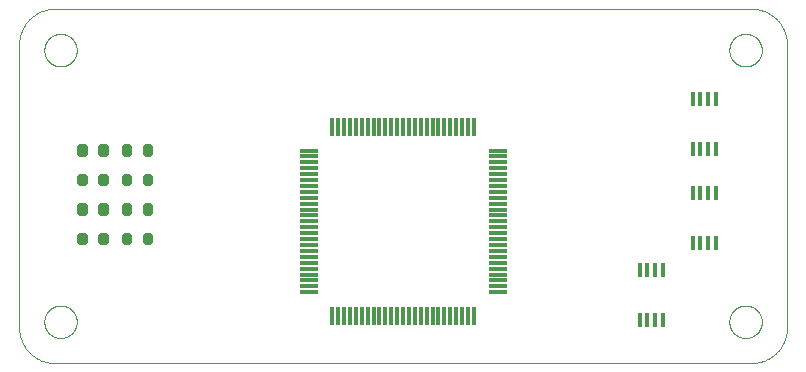
<source format=gbp>
G75*
%MOIN*%
%OFA0B0*%
%FSLAX25Y25*%
%IPPOS*%
%LPD*%
%AMOC8*
5,1,8,0,0,1.08239X$1,22.5*
%
%ADD10C,0.00000*%
%ADD11R,0.05906X0.01181*%
%ADD12R,0.01181X0.05906*%
%ADD13C,0.02830*%
%ADD14R,0.01181X0.04724*%
D10*
X0013811Y0013041D02*
X0246094Y0013041D01*
X0246379Y0013044D01*
X0246665Y0013055D01*
X0246950Y0013072D01*
X0247234Y0013096D01*
X0247518Y0013127D01*
X0247801Y0013165D01*
X0248082Y0013210D01*
X0248363Y0013261D01*
X0248643Y0013319D01*
X0248921Y0013384D01*
X0249197Y0013456D01*
X0249471Y0013534D01*
X0249744Y0013619D01*
X0250014Y0013711D01*
X0250282Y0013809D01*
X0250548Y0013913D01*
X0250811Y0014024D01*
X0251071Y0014141D01*
X0251329Y0014264D01*
X0251583Y0014394D01*
X0251834Y0014530D01*
X0252082Y0014671D01*
X0252326Y0014819D01*
X0252567Y0014972D01*
X0252803Y0015132D01*
X0253036Y0015297D01*
X0253265Y0015467D01*
X0253490Y0015643D01*
X0253710Y0015825D01*
X0253926Y0016011D01*
X0254137Y0016203D01*
X0254344Y0016400D01*
X0254546Y0016602D01*
X0254743Y0016809D01*
X0254935Y0017020D01*
X0255121Y0017236D01*
X0255303Y0017456D01*
X0255479Y0017681D01*
X0255649Y0017910D01*
X0255814Y0018143D01*
X0255974Y0018379D01*
X0256127Y0018620D01*
X0256275Y0018864D01*
X0256416Y0019112D01*
X0256552Y0019363D01*
X0256682Y0019617D01*
X0256805Y0019875D01*
X0256922Y0020135D01*
X0257033Y0020398D01*
X0257137Y0020664D01*
X0257235Y0020932D01*
X0257327Y0021202D01*
X0257412Y0021475D01*
X0257490Y0021749D01*
X0257562Y0022025D01*
X0257627Y0022303D01*
X0257685Y0022583D01*
X0257736Y0022864D01*
X0257781Y0023145D01*
X0257819Y0023428D01*
X0257850Y0023712D01*
X0257874Y0023996D01*
X0257891Y0024281D01*
X0257902Y0024567D01*
X0257905Y0024852D01*
X0257906Y0024852D02*
X0257906Y0119340D01*
X0257905Y0119340D02*
X0257902Y0119625D01*
X0257891Y0119911D01*
X0257874Y0120196D01*
X0257850Y0120480D01*
X0257819Y0120764D01*
X0257781Y0121047D01*
X0257736Y0121328D01*
X0257685Y0121609D01*
X0257627Y0121889D01*
X0257562Y0122167D01*
X0257490Y0122443D01*
X0257412Y0122717D01*
X0257327Y0122990D01*
X0257235Y0123260D01*
X0257137Y0123528D01*
X0257033Y0123794D01*
X0256922Y0124057D01*
X0256805Y0124317D01*
X0256682Y0124575D01*
X0256552Y0124829D01*
X0256416Y0125080D01*
X0256275Y0125328D01*
X0256127Y0125572D01*
X0255974Y0125813D01*
X0255814Y0126049D01*
X0255649Y0126282D01*
X0255479Y0126511D01*
X0255303Y0126736D01*
X0255121Y0126956D01*
X0254935Y0127172D01*
X0254743Y0127383D01*
X0254546Y0127590D01*
X0254344Y0127792D01*
X0254137Y0127989D01*
X0253926Y0128181D01*
X0253710Y0128367D01*
X0253490Y0128549D01*
X0253265Y0128725D01*
X0253036Y0128895D01*
X0252803Y0129060D01*
X0252567Y0129220D01*
X0252326Y0129373D01*
X0252082Y0129521D01*
X0251834Y0129662D01*
X0251583Y0129798D01*
X0251329Y0129928D01*
X0251071Y0130051D01*
X0250811Y0130168D01*
X0250548Y0130279D01*
X0250282Y0130383D01*
X0250014Y0130481D01*
X0249744Y0130573D01*
X0249471Y0130658D01*
X0249197Y0130736D01*
X0248921Y0130808D01*
X0248643Y0130873D01*
X0248363Y0130931D01*
X0248082Y0130982D01*
X0247801Y0131027D01*
X0247518Y0131065D01*
X0247234Y0131096D01*
X0246950Y0131120D01*
X0246665Y0131137D01*
X0246379Y0131148D01*
X0246094Y0131151D01*
X0013811Y0131151D01*
X0013526Y0131148D01*
X0013240Y0131137D01*
X0012955Y0131120D01*
X0012671Y0131096D01*
X0012387Y0131065D01*
X0012104Y0131027D01*
X0011823Y0130982D01*
X0011542Y0130931D01*
X0011262Y0130873D01*
X0010984Y0130808D01*
X0010708Y0130736D01*
X0010434Y0130658D01*
X0010161Y0130573D01*
X0009891Y0130481D01*
X0009623Y0130383D01*
X0009357Y0130279D01*
X0009094Y0130168D01*
X0008834Y0130051D01*
X0008576Y0129928D01*
X0008322Y0129798D01*
X0008071Y0129662D01*
X0007823Y0129521D01*
X0007579Y0129373D01*
X0007338Y0129220D01*
X0007102Y0129060D01*
X0006869Y0128895D01*
X0006640Y0128725D01*
X0006415Y0128549D01*
X0006195Y0128367D01*
X0005979Y0128181D01*
X0005768Y0127989D01*
X0005561Y0127792D01*
X0005359Y0127590D01*
X0005162Y0127383D01*
X0004970Y0127172D01*
X0004784Y0126956D01*
X0004602Y0126736D01*
X0004426Y0126511D01*
X0004256Y0126282D01*
X0004091Y0126049D01*
X0003931Y0125813D01*
X0003778Y0125572D01*
X0003630Y0125328D01*
X0003489Y0125080D01*
X0003353Y0124829D01*
X0003223Y0124575D01*
X0003100Y0124317D01*
X0002983Y0124057D01*
X0002872Y0123794D01*
X0002768Y0123528D01*
X0002670Y0123260D01*
X0002578Y0122990D01*
X0002493Y0122717D01*
X0002415Y0122443D01*
X0002343Y0122167D01*
X0002278Y0121889D01*
X0002220Y0121609D01*
X0002169Y0121328D01*
X0002124Y0121047D01*
X0002086Y0120764D01*
X0002055Y0120480D01*
X0002031Y0120196D01*
X0002014Y0119911D01*
X0002003Y0119625D01*
X0002000Y0119340D01*
X0002000Y0024852D01*
X0002003Y0024567D01*
X0002014Y0024281D01*
X0002031Y0023996D01*
X0002055Y0023712D01*
X0002086Y0023428D01*
X0002124Y0023145D01*
X0002169Y0022864D01*
X0002220Y0022583D01*
X0002278Y0022303D01*
X0002343Y0022025D01*
X0002415Y0021749D01*
X0002493Y0021475D01*
X0002578Y0021202D01*
X0002670Y0020932D01*
X0002768Y0020664D01*
X0002872Y0020398D01*
X0002983Y0020135D01*
X0003100Y0019875D01*
X0003223Y0019617D01*
X0003353Y0019363D01*
X0003489Y0019112D01*
X0003630Y0018864D01*
X0003778Y0018620D01*
X0003931Y0018379D01*
X0004091Y0018143D01*
X0004256Y0017910D01*
X0004426Y0017681D01*
X0004602Y0017456D01*
X0004784Y0017236D01*
X0004970Y0017020D01*
X0005162Y0016809D01*
X0005359Y0016602D01*
X0005561Y0016400D01*
X0005768Y0016203D01*
X0005979Y0016011D01*
X0006195Y0015825D01*
X0006415Y0015643D01*
X0006640Y0015467D01*
X0006869Y0015297D01*
X0007102Y0015132D01*
X0007338Y0014972D01*
X0007579Y0014819D01*
X0007823Y0014671D01*
X0008071Y0014530D01*
X0008322Y0014394D01*
X0008576Y0014264D01*
X0008834Y0014141D01*
X0009094Y0014024D01*
X0009357Y0013913D01*
X0009623Y0013809D01*
X0009891Y0013711D01*
X0010161Y0013619D01*
X0010434Y0013534D01*
X0010708Y0013456D01*
X0010984Y0013384D01*
X0011262Y0013319D01*
X0011542Y0013261D01*
X0011823Y0013210D01*
X0012104Y0013165D01*
X0012387Y0013127D01*
X0012671Y0013096D01*
X0012955Y0013072D01*
X0013240Y0013055D01*
X0013526Y0013044D01*
X0013811Y0013041D01*
X0010367Y0026820D02*
X0010369Y0026967D01*
X0010375Y0027113D01*
X0010385Y0027259D01*
X0010399Y0027405D01*
X0010417Y0027551D01*
X0010438Y0027696D01*
X0010464Y0027840D01*
X0010494Y0027984D01*
X0010527Y0028126D01*
X0010564Y0028268D01*
X0010605Y0028409D01*
X0010650Y0028548D01*
X0010699Y0028687D01*
X0010751Y0028824D01*
X0010808Y0028959D01*
X0010867Y0029093D01*
X0010931Y0029225D01*
X0010998Y0029355D01*
X0011068Y0029484D01*
X0011142Y0029611D01*
X0011219Y0029735D01*
X0011300Y0029858D01*
X0011384Y0029978D01*
X0011471Y0030096D01*
X0011561Y0030211D01*
X0011654Y0030324D01*
X0011751Y0030435D01*
X0011850Y0030543D01*
X0011952Y0030648D01*
X0012057Y0030750D01*
X0012165Y0030849D01*
X0012276Y0030946D01*
X0012389Y0031039D01*
X0012504Y0031129D01*
X0012622Y0031216D01*
X0012742Y0031300D01*
X0012865Y0031381D01*
X0012989Y0031458D01*
X0013116Y0031532D01*
X0013245Y0031602D01*
X0013375Y0031669D01*
X0013507Y0031733D01*
X0013641Y0031792D01*
X0013776Y0031849D01*
X0013913Y0031901D01*
X0014052Y0031950D01*
X0014191Y0031995D01*
X0014332Y0032036D01*
X0014474Y0032073D01*
X0014616Y0032106D01*
X0014760Y0032136D01*
X0014904Y0032162D01*
X0015049Y0032183D01*
X0015195Y0032201D01*
X0015341Y0032215D01*
X0015487Y0032225D01*
X0015633Y0032231D01*
X0015780Y0032233D01*
X0015927Y0032231D01*
X0016073Y0032225D01*
X0016219Y0032215D01*
X0016365Y0032201D01*
X0016511Y0032183D01*
X0016656Y0032162D01*
X0016800Y0032136D01*
X0016944Y0032106D01*
X0017086Y0032073D01*
X0017228Y0032036D01*
X0017369Y0031995D01*
X0017508Y0031950D01*
X0017647Y0031901D01*
X0017784Y0031849D01*
X0017919Y0031792D01*
X0018053Y0031733D01*
X0018185Y0031669D01*
X0018315Y0031602D01*
X0018444Y0031532D01*
X0018571Y0031458D01*
X0018695Y0031381D01*
X0018818Y0031300D01*
X0018938Y0031216D01*
X0019056Y0031129D01*
X0019171Y0031039D01*
X0019284Y0030946D01*
X0019395Y0030849D01*
X0019503Y0030750D01*
X0019608Y0030648D01*
X0019710Y0030543D01*
X0019809Y0030435D01*
X0019906Y0030324D01*
X0019999Y0030211D01*
X0020089Y0030096D01*
X0020176Y0029978D01*
X0020260Y0029858D01*
X0020341Y0029735D01*
X0020418Y0029611D01*
X0020492Y0029484D01*
X0020562Y0029355D01*
X0020629Y0029225D01*
X0020693Y0029093D01*
X0020752Y0028959D01*
X0020809Y0028824D01*
X0020861Y0028687D01*
X0020910Y0028548D01*
X0020955Y0028409D01*
X0020996Y0028268D01*
X0021033Y0028126D01*
X0021066Y0027984D01*
X0021096Y0027840D01*
X0021122Y0027696D01*
X0021143Y0027551D01*
X0021161Y0027405D01*
X0021175Y0027259D01*
X0021185Y0027113D01*
X0021191Y0026967D01*
X0021193Y0026820D01*
X0021191Y0026673D01*
X0021185Y0026527D01*
X0021175Y0026381D01*
X0021161Y0026235D01*
X0021143Y0026089D01*
X0021122Y0025944D01*
X0021096Y0025800D01*
X0021066Y0025656D01*
X0021033Y0025514D01*
X0020996Y0025372D01*
X0020955Y0025231D01*
X0020910Y0025092D01*
X0020861Y0024953D01*
X0020809Y0024816D01*
X0020752Y0024681D01*
X0020693Y0024547D01*
X0020629Y0024415D01*
X0020562Y0024285D01*
X0020492Y0024156D01*
X0020418Y0024029D01*
X0020341Y0023905D01*
X0020260Y0023782D01*
X0020176Y0023662D01*
X0020089Y0023544D01*
X0019999Y0023429D01*
X0019906Y0023316D01*
X0019809Y0023205D01*
X0019710Y0023097D01*
X0019608Y0022992D01*
X0019503Y0022890D01*
X0019395Y0022791D01*
X0019284Y0022694D01*
X0019171Y0022601D01*
X0019056Y0022511D01*
X0018938Y0022424D01*
X0018818Y0022340D01*
X0018695Y0022259D01*
X0018571Y0022182D01*
X0018444Y0022108D01*
X0018315Y0022038D01*
X0018185Y0021971D01*
X0018053Y0021907D01*
X0017919Y0021848D01*
X0017784Y0021791D01*
X0017647Y0021739D01*
X0017508Y0021690D01*
X0017369Y0021645D01*
X0017228Y0021604D01*
X0017086Y0021567D01*
X0016944Y0021534D01*
X0016800Y0021504D01*
X0016656Y0021478D01*
X0016511Y0021457D01*
X0016365Y0021439D01*
X0016219Y0021425D01*
X0016073Y0021415D01*
X0015927Y0021409D01*
X0015780Y0021407D01*
X0015633Y0021409D01*
X0015487Y0021415D01*
X0015341Y0021425D01*
X0015195Y0021439D01*
X0015049Y0021457D01*
X0014904Y0021478D01*
X0014760Y0021504D01*
X0014616Y0021534D01*
X0014474Y0021567D01*
X0014332Y0021604D01*
X0014191Y0021645D01*
X0014052Y0021690D01*
X0013913Y0021739D01*
X0013776Y0021791D01*
X0013641Y0021848D01*
X0013507Y0021907D01*
X0013375Y0021971D01*
X0013245Y0022038D01*
X0013116Y0022108D01*
X0012989Y0022182D01*
X0012865Y0022259D01*
X0012742Y0022340D01*
X0012622Y0022424D01*
X0012504Y0022511D01*
X0012389Y0022601D01*
X0012276Y0022694D01*
X0012165Y0022791D01*
X0012057Y0022890D01*
X0011952Y0022992D01*
X0011850Y0023097D01*
X0011751Y0023205D01*
X0011654Y0023316D01*
X0011561Y0023429D01*
X0011471Y0023544D01*
X0011384Y0023662D01*
X0011300Y0023782D01*
X0011219Y0023905D01*
X0011142Y0024029D01*
X0011068Y0024156D01*
X0010998Y0024285D01*
X0010931Y0024415D01*
X0010867Y0024547D01*
X0010808Y0024681D01*
X0010751Y0024816D01*
X0010699Y0024953D01*
X0010650Y0025092D01*
X0010605Y0025231D01*
X0010564Y0025372D01*
X0010527Y0025514D01*
X0010494Y0025656D01*
X0010464Y0025800D01*
X0010438Y0025944D01*
X0010417Y0026089D01*
X0010399Y0026235D01*
X0010385Y0026381D01*
X0010375Y0026527D01*
X0010369Y0026673D01*
X0010367Y0026820D01*
X0010367Y0117371D02*
X0010369Y0117518D01*
X0010375Y0117664D01*
X0010385Y0117810D01*
X0010399Y0117956D01*
X0010417Y0118102D01*
X0010438Y0118247D01*
X0010464Y0118391D01*
X0010494Y0118535D01*
X0010527Y0118677D01*
X0010564Y0118819D01*
X0010605Y0118960D01*
X0010650Y0119099D01*
X0010699Y0119238D01*
X0010751Y0119375D01*
X0010808Y0119510D01*
X0010867Y0119644D01*
X0010931Y0119776D01*
X0010998Y0119906D01*
X0011068Y0120035D01*
X0011142Y0120162D01*
X0011219Y0120286D01*
X0011300Y0120409D01*
X0011384Y0120529D01*
X0011471Y0120647D01*
X0011561Y0120762D01*
X0011654Y0120875D01*
X0011751Y0120986D01*
X0011850Y0121094D01*
X0011952Y0121199D01*
X0012057Y0121301D01*
X0012165Y0121400D01*
X0012276Y0121497D01*
X0012389Y0121590D01*
X0012504Y0121680D01*
X0012622Y0121767D01*
X0012742Y0121851D01*
X0012865Y0121932D01*
X0012989Y0122009D01*
X0013116Y0122083D01*
X0013245Y0122153D01*
X0013375Y0122220D01*
X0013507Y0122284D01*
X0013641Y0122343D01*
X0013776Y0122400D01*
X0013913Y0122452D01*
X0014052Y0122501D01*
X0014191Y0122546D01*
X0014332Y0122587D01*
X0014474Y0122624D01*
X0014616Y0122657D01*
X0014760Y0122687D01*
X0014904Y0122713D01*
X0015049Y0122734D01*
X0015195Y0122752D01*
X0015341Y0122766D01*
X0015487Y0122776D01*
X0015633Y0122782D01*
X0015780Y0122784D01*
X0015927Y0122782D01*
X0016073Y0122776D01*
X0016219Y0122766D01*
X0016365Y0122752D01*
X0016511Y0122734D01*
X0016656Y0122713D01*
X0016800Y0122687D01*
X0016944Y0122657D01*
X0017086Y0122624D01*
X0017228Y0122587D01*
X0017369Y0122546D01*
X0017508Y0122501D01*
X0017647Y0122452D01*
X0017784Y0122400D01*
X0017919Y0122343D01*
X0018053Y0122284D01*
X0018185Y0122220D01*
X0018315Y0122153D01*
X0018444Y0122083D01*
X0018571Y0122009D01*
X0018695Y0121932D01*
X0018818Y0121851D01*
X0018938Y0121767D01*
X0019056Y0121680D01*
X0019171Y0121590D01*
X0019284Y0121497D01*
X0019395Y0121400D01*
X0019503Y0121301D01*
X0019608Y0121199D01*
X0019710Y0121094D01*
X0019809Y0120986D01*
X0019906Y0120875D01*
X0019999Y0120762D01*
X0020089Y0120647D01*
X0020176Y0120529D01*
X0020260Y0120409D01*
X0020341Y0120286D01*
X0020418Y0120162D01*
X0020492Y0120035D01*
X0020562Y0119906D01*
X0020629Y0119776D01*
X0020693Y0119644D01*
X0020752Y0119510D01*
X0020809Y0119375D01*
X0020861Y0119238D01*
X0020910Y0119099D01*
X0020955Y0118960D01*
X0020996Y0118819D01*
X0021033Y0118677D01*
X0021066Y0118535D01*
X0021096Y0118391D01*
X0021122Y0118247D01*
X0021143Y0118102D01*
X0021161Y0117956D01*
X0021175Y0117810D01*
X0021185Y0117664D01*
X0021191Y0117518D01*
X0021193Y0117371D01*
X0021191Y0117224D01*
X0021185Y0117078D01*
X0021175Y0116932D01*
X0021161Y0116786D01*
X0021143Y0116640D01*
X0021122Y0116495D01*
X0021096Y0116351D01*
X0021066Y0116207D01*
X0021033Y0116065D01*
X0020996Y0115923D01*
X0020955Y0115782D01*
X0020910Y0115643D01*
X0020861Y0115504D01*
X0020809Y0115367D01*
X0020752Y0115232D01*
X0020693Y0115098D01*
X0020629Y0114966D01*
X0020562Y0114836D01*
X0020492Y0114707D01*
X0020418Y0114580D01*
X0020341Y0114456D01*
X0020260Y0114333D01*
X0020176Y0114213D01*
X0020089Y0114095D01*
X0019999Y0113980D01*
X0019906Y0113867D01*
X0019809Y0113756D01*
X0019710Y0113648D01*
X0019608Y0113543D01*
X0019503Y0113441D01*
X0019395Y0113342D01*
X0019284Y0113245D01*
X0019171Y0113152D01*
X0019056Y0113062D01*
X0018938Y0112975D01*
X0018818Y0112891D01*
X0018695Y0112810D01*
X0018571Y0112733D01*
X0018444Y0112659D01*
X0018315Y0112589D01*
X0018185Y0112522D01*
X0018053Y0112458D01*
X0017919Y0112399D01*
X0017784Y0112342D01*
X0017647Y0112290D01*
X0017508Y0112241D01*
X0017369Y0112196D01*
X0017228Y0112155D01*
X0017086Y0112118D01*
X0016944Y0112085D01*
X0016800Y0112055D01*
X0016656Y0112029D01*
X0016511Y0112008D01*
X0016365Y0111990D01*
X0016219Y0111976D01*
X0016073Y0111966D01*
X0015927Y0111960D01*
X0015780Y0111958D01*
X0015633Y0111960D01*
X0015487Y0111966D01*
X0015341Y0111976D01*
X0015195Y0111990D01*
X0015049Y0112008D01*
X0014904Y0112029D01*
X0014760Y0112055D01*
X0014616Y0112085D01*
X0014474Y0112118D01*
X0014332Y0112155D01*
X0014191Y0112196D01*
X0014052Y0112241D01*
X0013913Y0112290D01*
X0013776Y0112342D01*
X0013641Y0112399D01*
X0013507Y0112458D01*
X0013375Y0112522D01*
X0013245Y0112589D01*
X0013116Y0112659D01*
X0012989Y0112733D01*
X0012865Y0112810D01*
X0012742Y0112891D01*
X0012622Y0112975D01*
X0012504Y0113062D01*
X0012389Y0113152D01*
X0012276Y0113245D01*
X0012165Y0113342D01*
X0012057Y0113441D01*
X0011952Y0113543D01*
X0011850Y0113648D01*
X0011751Y0113756D01*
X0011654Y0113867D01*
X0011561Y0113980D01*
X0011471Y0114095D01*
X0011384Y0114213D01*
X0011300Y0114333D01*
X0011219Y0114456D01*
X0011142Y0114580D01*
X0011068Y0114707D01*
X0010998Y0114836D01*
X0010931Y0114966D01*
X0010867Y0115098D01*
X0010808Y0115232D01*
X0010751Y0115367D01*
X0010699Y0115504D01*
X0010650Y0115643D01*
X0010605Y0115782D01*
X0010564Y0115923D01*
X0010527Y0116065D01*
X0010494Y0116207D01*
X0010464Y0116351D01*
X0010438Y0116495D01*
X0010417Y0116640D01*
X0010399Y0116786D01*
X0010385Y0116932D01*
X0010375Y0117078D01*
X0010369Y0117224D01*
X0010367Y0117371D01*
X0238713Y0117371D02*
X0238715Y0117518D01*
X0238721Y0117664D01*
X0238731Y0117810D01*
X0238745Y0117956D01*
X0238763Y0118102D01*
X0238784Y0118247D01*
X0238810Y0118391D01*
X0238840Y0118535D01*
X0238873Y0118677D01*
X0238910Y0118819D01*
X0238951Y0118960D01*
X0238996Y0119099D01*
X0239045Y0119238D01*
X0239097Y0119375D01*
X0239154Y0119510D01*
X0239213Y0119644D01*
X0239277Y0119776D01*
X0239344Y0119906D01*
X0239414Y0120035D01*
X0239488Y0120162D01*
X0239565Y0120286D01*
X0239646Y0120409D01*
X0239730Y0120529D01*
X0239817Y0120647D01*
X0239907Y0120762D01*
X0240000Y0120875D01*
X0240097Y0120986D01*
X0240196Y0121094D01*
X0240298Y0121199D01*
X0240403Y0121301D01*
X0240511Y0121400D01*
X0240622Y0121497D01*
X0240735Y0121590D01*
X0240850Y0121680D01*
X0240968Y0121767D01*
X0241088Y0121851D01*
X0241211Y0121932D01*
X0241335Y0122009D01*
X0241462Y0122083D01*
X0241591Y0122153D01*
X0241721Y0122220D01*
X0241853Y0122284D01*
X0241987Y0122343D01*
X0242122Y0122400D01*
X0242259Y0122452D01*
X0242398Y0122501D01*
X0242537Y0122546D01*
X0242678Y0122587D01*
X0242820Y0122624D01*
X0242962Y0122657D01*
X0243106Y0122687D01*
X0243250Y0122713D01*
X0243395Y0122734D01*
X0243541Y0122752D01*
X0243687Y0122766D01*
X0243833Y0122776D01*
X0243979Y0122782D01*
X0244126Y0122784D01*
X0244273Y0122782D01*
X0244419Y0122776D01*
X0244565Y0122766D01*
X0244711Y0122752D01*
X0244857Y0122734D01*
X0245002Y0122713D01*
X0245146Y0122687D01*
X0245290Y0122657D01*
X0245432Y0122624D01*
X0245574Y0122587D01*
X0245715Y0122546D01*
X0245854Y0122501D01*
X0245993Y0122452D01*
X0246130Y0122400D01*
X0246265Y0122343D01*
X0246399Y0122284D01*
X0246531Y0122220D01*
X0246661Y0122153D01*
X0246790Y0122083D01*
X0246917Y0122009D01*
X0247041Y0121932D01*
X0247164Y0121851D01*
X0247284Y0121767D01*
X0247402Y0121680D01*
X0247517Y0121590D01*
X0247630Y0121497D01*
X0247741Y0121400D01*
X0247849Y0121301D01*
X0247954Y0121199D01*
X0248056Y0121094D01*
X0248155Y0120986D01*
X0248252Y0120875D01*
X0248345Y0120762D01*
X0248435Y0120647D01*
X0248522Y0120529D01*
X0248606Y0120409D01*
X0248687Y0120286D01*
X0248764Y0120162D01*
X0248838Y0120035D01*
X0248908Y0119906D01*
X0248975Y0119776D01*
X0249039Y0119644D01*
X0249098Y0119510D01*
X0249155Y0119375D01*
X0249207Y0119238D01*
X0249256Y0119099D01*
X0249301Y0118960D01*
X0249342Y0118819D01*
X0249379Y0118677D01*
X0249412Y0118535D01*
X0249442Y0118391D01*
X0249468Y0118247D01*
X0249489Y0118102D01*
X0249507Y0117956D01*
X0249521Y0117810D01*
X0249531Y0117664D01*
X0249537Y0117518D01*
X0249539Y0117371D01*
X0249537Y0117224D01*
X0249531Y0117078D01*
X0249521Y0116932D01*
X0249507Y0116786D01*
X0249489Y0116640D01*
X0249468Y0116495D01*
X0249442Y0116351D01*
X0249412Y0116207D01*
X0249379Y0116065D01*
X0249342Y0115923D01*
X0249301Y0115782D01*
X0249256Y0115643D01*
X0249207Y0115504D01*
X0249155Y0115367D01*
X0249098Y0115232D01*
X0249039Y0115098D01*
X0248975Y0114966D01*
X0248908Y0114836D01*
X0248838Y0114707D01*
X0248764Y0114580D01*
X0248687Y0114456D01*
X0248606Y0114333D01*
X0248522Y0114213D01*
X0248435Y0114095D01*
X0248345Y0113980D01*
X0248252Y0113867D01*
X0248155Y0113756D01*
X0248056Y0113648D01*
X0247954Y0113543D01*
X0247849Y0113441D01*
X0247741Y0113342D01*
X0247630Y0113245D01*
X0247517Y0113152D01*
X0247402Y0113062D01*
X0247284Y0112975D01*
X0247164Y0112891D01*
X0247041Y0112810D01*
X0246917Y0112733D01*
X0246790Y0112659D01*
X0246661Y0112589D01*
X0246531Y0112522D01*
X0246399Y0112458D01*
X0246265Y0112399D01*
X0246130Y0112342D01*
X0245993Y0112290D01*
X0245854Y0112241D01*
X0245715Y0112196D01*
X0245574Y0112155D01*
X0245432Y0112118D01*
X0245290Y0112085D01*
X0245146Y0112055D01*
X0245002Y0112029D01*
X0244857Y0112008D01*
X0244711Y0111990D01*
X0244565Y0111976D01*
X0244419Y0111966D01*
X0244273Y0111960D01*
X0244126Y0111958D01*
X0243979Y0111960D01*
X0243833Y0111966D01*
X0243687Y0111976D01*
X0243541Y0111990D01*
X0243395Y0112008D01*
X0243250Y0112029D01*
X0243106Y0112055D01*
X0242962Y0112085D01*
X0242820Y0112118D01*
X0242678Y0112155D01*
X0242537Y0112196D01*
X0242398Y0112241D01*
X0242259Y0112290D01*
X0242122Y0112342D01*
X0241987Y0112399D01*
X0241853Y0112458D01*
X0241721Y0112522D01*
X0241591Y0112589D01*
X0241462Y0112659D01*
X0241335Y0112733D01*
X0241211Y0112810D01*
X0241088Y0112891D01*
X0240968Y0112975D01*
X0240850Y0113062D01*
X0240735Y0113152D01*
X0240622Y0113245D01*
X0240511Y0113342D01*
X0240403Y0113441D01*
X0240298Y0113543D01*
X0240196Y0113648D01*
X0240097Y0113756D01*
X0240000Y0113867D01*
X0239907Y0113980D01*
X0239817Y0114095D01*
X0239730Y0114213D01*
X0239646Y0114333D01*
X0239565Y0114456D01*
X0239488Y0114580D01*
X0239414Y0114707D01*
X0239344Y0114836D01*
X0239277Y0114966D01*
X0239213Y0115098D01*
X0239154Y0115232D01*
X0239097Y0115367D01*
X0239045Y0115504D01*
X0238996Y0115643D01*
X0238951Y0115782D01*
X0238910Y0115923D01*
X0238873Y0116065D01*
X0238840Y0116207D01*
X0238810Y0116351D01*
X0238784Y0116495D01*
X0238763Y0116640D01*
X0238745Y0116786D01*
X0238731Y0116932D01*
X0238721Y0117078D01*
X0238715Y0117224D01*
X0238713Y0117371D01*
X0238713Y0026820D02*
X0238715Y0026967D01*
X0238721Y0027113D01*
X0238731Y0027259D01*
X0238745Y0027405D01*
X0238763Y0027551D01*
X0238784Y0027696D01*
X0238810Y0027840D01*
X0238840Y0027984D01*
X0238873Y0028126D01*
X0238910Y0028268D01*
X0238951Y0028409D01*
X0238996Y0028548D01*
X0239045Y0028687D01*
X0239097Y0028824D01*
X0239154Y0028959D01*
X0239213Y0029093D01*
X0239277Y0029225D01*
X0239344Y0029355D01*
X0239414Y0029484D01*
X0239488Y0029611D01*
X0239565Y0029735D01*
X0239646Y0029858D01*
X0239730Y0029978D01*
X0239817Y0030096D01*
X0239907Y0030211D01*
X0240000Y0030324D01*
X0240097Y0030435D01*
X0240196Y0030543D01*
X0240298Y0030648D01*
X0240403Y0030750D01*
X0240511Y0030849D01*
X0240622Y0030946D01*
X0240735Y0031039D01*
X0240850Y0031129D01*
X0240968Y0031216D01*
X0241088Y0031300D01*
X0241211Y0031381D01*
X0241335Y0031458D01*
X0241462Y0031532D01*
X0241591Y0031602D01*
X0241721Y0031669D01*
X0241853Y0031733D01*
X0241987Y0031792D01*
X0242122Y0031849D01*
X0242259Y0031901D01*
X0242398Y0031950D01*
X0242537Y0031995D01*
X0242678Y0032036D01*
X0242820Y0032073D01*
X0242962Y0032106D01*
X0243106Y0032136D01*
X0243250Y0032162D01*
X0243395Y0032183D01*
X0243541Y0032201D01*
X0243687Y0032215D01*
X0243833Y0032225D01*
X0243979Y0032231D01*
X0244126Y0032233D01*
X0244273Y0032231D01*
X0244419Y0032225D01*
X0244565Y0032215D01*
X0244711Y0032201D01*
X0244857Y0032183D01*
X0245002Y0032162D01*
X0245146Y0032136D01*
X0245290Y0032106D01*
X0245432Y0032073D01*
X0245574Y0032036D01*
X0245715Y0031995D01*
X0245854Y0031950D01*
X0245993Y0031901D01*
X0246130Y0031849D01*
X0246265Y0031792D01*
X0246399Y0031733D01*
X0246531Y0031669D01*
X0246661Y0031602D01*
X0246790Y0031532D01*
X0246917Y0031458D01*
X0247041Y0031381D01*
X0247164Y0031300D01*
X0247284Y0031216D01*
X0247402Y0031129D01*
X0247517Y0031039D01*
X0247630Y0030946D01*
X0247741Y0030849D01*
X0247849Y0030750D01*
X0247954Y0030648D01*
X0248056Y0030543D01*
X0248155Y0030435D01*
X0248252Y0030324D01*
X0248345Y0030211D01*
X0248435Y0030096D01*
X0248522Y0029978D01*
X0248606Y0029858D01*
X0248687Y0029735D01*
X0248764Y0029611D01*
X0248838Y0029484D01*
X0248908Y0029355D01*
X0248975Y0029225D01*
X0249039Y0029093D01*
X0249098Y0028959D01*
X0249155Y0028824D01*
X0249207Y0028687D01*
X0249256Y0028548D01*
X0249301Y0028409D01*
X0249342Y0028268D01*
X0249379Y0028126D01*
X0249412Y0027984D01*
X0249442Y0027840D01*
X0249468Y0027696D01*
X0249489Y0027551D01*
X0249507Y0027405D01*
X0249521Y0027259D01*
X0249531Y0027113D01*
X0249537Y0026967D01*
X0249539Y0026820D01*
X0249537Y0026673D01*
X0249531Y0026527D01*
X0249521Y0026381D01*
X0249507Y0026235D01*
X0249489Y0026089D01*
X0249468Y0025944D01*
X0249442Y0025800D01*
X0249412Y0025656D01*
X0249379Y0025514D01*
X0249342Y0025372D01*
X0249301Y0025231D01*
X0249256Y0025092D01*
X0249207Y0024953D01*
X0249155Y0024816D01*
X0249098Y0024681D01*
X0249039Y0024547D01*
X0248975Y0024415D01*
X0248908Y0024285D01*
X0248838Y0024156D01*
X0248764Y0024029D01*
X0248687Y0023905D01*
X0248606Y0023782D01*
X0248522Y0023662D01*
X0248435Y0023544D01*
X0248345Y0023429D01*
X0248252Y0023316D01*
X0248155Y0023205D01*
X0248056Y0023097D01*
X0247954Y0022992D01*
X0247849Y0022890D01*
X0247741Y0022791D01*
X0247630Y0022694D01*
X0247517Y0022601D01*
X0247402Y0022511D01*
X0247284Y0022424D01*
X0247164Y0022340D01*
X0247041Y0022259D01*
X0246917Y0022182D01*
X0246790Y0022108D01*
X0246661Y0022038D01*
X0246531Y0021971D01*
X0246399Y0021907D01*
X0246265Y0021848D01*
X0246130Y0021791D01*
X0245993Y0021739D01*
X0245854Y0021690D01*
X0245715Y0021645D01*
X0245574Y0021604D01*
X0245432Y0021567D01*
X0245290Y0021534D01*
X0245146Y0021504D01*
X0245002Y0021478D01*
X0244857Y0021457D01*
X0244711Y0021439D01*
X0244565Y0021425D01*
X0244419Y0021415D01*
X0244273Y0021409D01*
X0244126Y0021407D01*
X0243979Y0021409D01*
X0243833Y0021415D01*
X0243687Y0021425D01*
X0243541Y0021439D01*
X0243395Y0021457D01*
X0243250Y0021478D01*
X0243106Y0021504D01*
X0242962Y0021534D01*
X0242820Y0021567D01*
X0242678Y0021604D01*
X0242537Y0021645D01*
X0242398Y0021690D01*
X0242259Y0021739D01*
X0242122Y0021791D01*
X0241987Y0021848D01*
X0241853Y0021907D01*
X0241721Y0021971D01*
X0241591Y0022038D01*
X0241462Y0022108D01*
X0241335Y0022182D01*
X0241211Y0022259D01*
X0241088Y0022340D01*
X0240968Y0022424D01*
X0240850Y0022511D01*
X0240735Y0022601D01*
X0240622Y0022694D01*
X0240511Y0022791D01*
X0240403Y0022890D01*
X0240298Y0022992D01*
X0240196Y0023097D01*
X0240097Y0023205D01*
X0240000Y0023316D01*
X0239907Y0023429D01*
X0239817Y0023544D01*
X0239730Y0023662D01*
X0239646Y0023782D01*
X0239565Y0023905D01*
X0239488Y0024029D01*
X0239414Y0024156D01*
X0239344Y0024285D01*
X0239277Y0024415D01*
X0239213Y0024547D01*
X0239154Y0024681D01*
X0239097Y0024816D01*
X0239045Y0024953D01*
X0238996Y0025092D01*
X0238951Y0025231D01*
X0238910Y0025372D01*
X0238873Y0025514D01*
X0238840Y0025656D01*
X0238810Y0025800D01*
X0238784Y0025944D01*
X0238763Y0026089D01*
X0238745Y0026235D01*
X0238731Y0026381D01*
X0238721Y0026527D01*
X0238715Y0026673D01*
X0238713Y0026820D01*
D11*
X0161449Y0036663D03*
X0161449Y0038631D03*
X0161449Y0040600D03*
X0161449Y0042568D03*
X0161449Y0044537D03*
X0161449Y0046505D03*
X0161449Y0048474D03*
X0161449Y0050442D03*
X0161449Y0052411D03*
X0161449Y0054379D03*
X0161449Y0056348D03*
X0161449Y0058316D03*
X0161449Y0060285D03*
X0161449Y0062253D03*
X0161449Y0064222D03*
X0161449Y0066190D03*
X0161449Y0068159D03*
X0161449Y0070127D03*
X0161449Y0072096D03*
X0161449Y0074064D03*
X0161449Y0076033D03*
X0161449Y0078001D03*
X0161449Y0079970D03*
X0161449Y0081938D03*
X0161449Y0083907D03*
X0098457Y0083907D03*
X0098457Y0081938D03*
X0098457Y0079970D03*
X0098457Y0078001D03*
X0098457Y0076033D03*
X0098457Y0074064D03*
X0098457Y0072096D03*
X0098457Y0070127D03*
X0098457Y0068159D03*
X0098457Y0066190D03*
X0098457Y0064222D03*
X0098457Y0062253D03*
X0098457Y0060285D03*
X0098457Y0058316D03*
X0098457Y0056348D03*
X0098457Y0054379D03*
X0098457Y0052411D03*
X0098457Y0050442D03*
X0098457Y0048474D03*
X0098457Y0046505D03*
X0098457Y0044537D03*
X0098457Y0042568D03*
X0098457Y0040600D03*
X0098457Y0038631D03*
X0098457Y0036663D03*
D12*
X0106331Y0028789D03*
X0108299Y0028789D03*
X0110268Y0028789D03*
X0112236Y0028789D03*
X0114205Y0028789D03*
X0116173Y0028789D03*
X0118142Y0028789D03*
X0120110Y0028789D03*
X0122079Y0028789D03*
X0124047Y0028789D03*
X0126016Y0028789D03*
X0127984Y0028789D03*
X0129953Y0028789D03*
X0131921Y0028789D03*
X0133890Y0028789D03*
X0135858Y0028789D03*
X0137827Y0028789D03*
X0139795Y0028789D03*
X0141764Y0028789D03*
X0143732Y0028789D03*
X0145701Y0028789D03*
X0147669Y0028789D03*
X0149638Y0028789D03*
X0151606Y0028789D03*
X0153575Y0028789D03*
X0153575Y0091781D03*
X0151606Y0091781D03*
X0149638Y0091781D03*
X0147669Y0091781D03*
X0145701Y0091781D03*
X0143732Y0091781D03*
X0141764Y0091781D03*
X0139795Y0091781D03*
X0137827Y0091781D03*
X0135858Y0091781D03*
X0133890Y0091781D03*
X0131921Y0091781D03*
X0129953Y0091781D03*
X0127984Y0091781D03*
X0126016Y0091781D03*
X0124047Y0091781D03*
X0122079Y0091781D03*
X0120110Y0091781D03*
X0118142Y0091781D03*
X0116173Y0091781D03*
X0114205Y0091781D03*
X0112236Y0091781D03*
X0110268Y0091781D03*
X0108299Y0091781D03*
X0106331Y0091781D03*
D13*
X0044517Y0084657D02*
X0044517Y0083157D01*
X0044517Y0084657D02*
X0045223Y0084657D01*
X0045223Y0083157D01*
X0044517Y0083157D01*
X0037517Y0083157D02*
X0037517Y0084657D01*
X0038223Y0084657D01*
X0038223Y0083157D01*
X0037517Y0083157D01*
X0030459Y0083157D02*
X0030459Y0084657D01*
X0030459Y0083157D02*
X0029753Y0083157D01*
X0029753Y0084657D01*
X0030459Y0084657D01*
X0023459Y0084657D02*
X0023459Y0083157D01*
X0022753Y0083157D01*
X0022753Y0084657D01*
X0023459Y0084657D01*
X0023459Y0074814D02*
X0023459Y0073314D01*
X0022753Y0073314D01*
X0022753Y0074814D01*
X0023459Y0074814D01*
X0030459Y0074814D02*
X0030459Y0073314D01*
X0029753Y0073314D01*
X0029753Y0074814D01*
X0030459Y0074814D01*
X0037517Y0074814D02*
X0037517Y0073314D01*
X0037517Y0074814D02*
X0038223Y0074814D01*
X0038223Y0073314D01*
X0037517Y0073314D01*
X0044517Y0073314D02*
X0044517Y0074814D01*
X0045223Y0074814D01*
X0045223Y0073314D01*
X0044517Y0073314D01*
X0044517Y0064972D02*
X0044517Y0063472D01*
X0044517Y0064972D02*
X0045223Y0064972D01*
X0045223Y0063472D01*
X0044517Y0063472D01*
X0037517Y0063472D02*
X0037517Y0064972D01*
X0038223Y0064972D01*
X0038223Y0063472D01*
X0037517Y0063472D01*
X0029753Y0063472D02*
X0029753Y0064972D01*
X0030459Y0064972D01*
X0030459Y0063472D01*
X0029753Y0063472D01*
X0022753Y0063472D02*
X0022753Y0064972D01*
X0023459Y0064972D01*
X0023459Y0063472D01*
X0022753Y0063472D01*
X0023459Y0055129D02*
X0023459Y0053629D01*
X0022753Y0053629D01*
X0022753Y0055129D01*
X0023459Y0055129D01*
X0030459Y0055129D02*
X0030459Y0053629D01*
X0029753Y0053629D01*
X0029753Y0055129D01*
X0030459Y0055129D01*
X0037517Y0055129D02*
X0037517Y0053629D01*
X0037517Y0055129D02*
X0038223Y0055129D01*
X0038223Y0053629D01*
X0037517Y0053629D01*
X0044517Y0053629D02*
X0044517Y0055129D01*
X0045223Y0055129D01*
X0045223Y0053629D01*
X0044517Y0053629D01*
D14*
X0208787Y0043997D03*
X0211346Y0043997D03*
X0213906Y0043997D03*
X0216465Y0043997D03*
X0226504Y0052954D03*
X0229063Y0052954D03*
X0231622Y0052954D03*
X0234181Y0052954D03*
X0234181Y0069588D03*
X0231622Y0069588D03*
X0229063Y0069588D03*
X0226504Y0069588D03*
X0226504Y0084450D03*
X0229063Y0084450D03*
X0231622Y0084450D03*
X0234181Y0084450D03*
X0234181Y0101084D03*
X0231622Y0101084D03*
X0229063Y0101084D03*
X0226504Y0101084D03*
X0216465Y0027363D03*
X0213906Y0027363D03*
X0211346Y0027363D03*
X0208787Y0027363D03*
M02*

</source>
